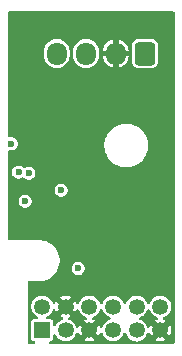
<source format=gbr>
%TF.GenerationSoftware,KiCad,Pcbnew,9.0.6*%
%TF.CreationDate,2025-12-29T21:45:30-05:00*%
%TF.ProjectId,plimsoll,706c696d-736f-46c6-9c2e-6b696361645f,rev?*%
%TF.SameCoordinates,Original*%
%TF.FileFunction,Copper,L3,Inr*%
%TF.FilePolarity,Positive*%
%FSLAX46Y46*%
G04 Gerber Fmt 4.6, Leading zero omitted, Abs format (unit mm)*
G04 Created by KiCad (PCBNEW 9.0.6) date 2025-12-29 21:45:30*
%MOMM*%
%LPD*%
G01*
G04 APERTURE LIST*
G04 Aperture macros list*
%AMRoundRect*
0 Rectangle with rounded corners*
0 $1 Rounding radius*
0 $2 $3 $4 $5 $6 $7 $8 $9 X,Y pos of 4 corners*
0 Add a 4 corners polygon primitive as box body*
4,1,4,$2,$3,$4,$5,$6,$7,$8,$9,$2,$3,0*
0 Add four circle primitives for the rounded corners*
1,1,$1+$1,$2,$3*
1,1,$1+$1,$4,$5*
1,1,$1+$1,$6,$7*
1,1,$1+$1,$8,$9*
0 Add four rect primitives between the rounded corners*
20,1,$1+$1,$2,$3,$4,$5,0*
20,1,$1+$1,$4,$5,$6,$7,0*
20,1,$1+$1,$6,$7,$8,$9,0*
20,1,$1+$1,$8,$9,$2,$3,0*%
G04 Aperture macros list end*
%TA.AperFunction,ComponentPad*%
%ADD10RoundRect,0.250000X0.600000X0.725000X-0.600000X0.725000X-0.600000X-0.725000X0.600000X-0.725000X0*%
%TD*%
%TA.AperFunction,ComponentPad*%
%ADD11O,1.700000X1.950000*%
%TD*%
%TA.AperFunction,ComponentPad*%
%ADD12R,1.350000X1.350000*%
%TD*%
%TA.AperFunction,ComponentPad*%
%ADD13C,1.350000*%
%TD*%
%TA.AperFunction,ViaPad*%
%ADD14C,0.600000*%
%TD*%
G04 APERTURE END LIST*
D10*
%TO.N,+3.3VADC*%
%TO.C,J3*%
X38200000Y-24060000D03*
D11*
%TO.N,GND*%
X35700000Y-24060000D03*
%TO.N,/Signal-*%
X33200000Y-24060000D03*
%TO.N,/Signal+*%
X30700000Y-24060000D03*
%TD*%
D12*
%TO.N,VBUS*%
%TO.C,J1*%
X29480000Y-47480000D03*
D13*
%TO.N,+3V3*%
X29480000Y-45480000D03*
%TO.N,/B6*%
X31480000Y-47480000D03*
%TO.N,GND*%
X31480000Y-45480000D03*
X33480000Y-47480000D03*
%TO.N,/B5*%
X33480000Y-45480000D03*
%TO.N,/D2*%
X35480000Y-47480000D03*
%TO.N,/B4*%
X35480000Y-45480000D03*
%TO.N,/D3*%
X37480000Y-47480000D03*
%TO.N,/B3*%
X37480000Y-45480000D03*
%TO.N,GND*%
X39480000Y-47480000D03*
%TO.N,/C13*%
X39480000Y-45480000D03*
%TD*%
D14*
%TO.N,GND*%
X40040000Y-42970000D03*
X40170000Y-38790000D03*
X38910000Y-33670000D03*
X34120000Y-28720000D03*
X28262500Y-29962500D03*
X36280000Y-35670000D03*
X32660000Y-32660000D03*
X31780000Y-21800000D03*
X32050000Y-41080000D03*
X39410000Y-21710000D03*
X27990000Y-21730000D03*
X39780000Y-27150000D03*
X31060000Y-34240000D03*
X33340000Y-37660000D03*
X27470000Y-25810000D03*
X34050000Y-38670000D03*
X28850000Y-43950000D03*
X38400000Y-35730000D03*
X28190000Y-28440000D03*
%TO.N,VBUS*%
X32540000Y-42260000D03*
%TO.N,+3V3*%
X26880000Y-31690000D03*
%TO.N,/C13*%
X31100000Y-35630000D03*
%TO.N,/B4*%
X28360000Y-34190000D03*
%TO.N,Net-(JP2-C)*%
X28050000Y-36560000D03*
%TO.N,/B5*%
X27480000Y-34110000D03*
%TD*%
%TA.AperFunction,Conductor*%
%TO.N,GND*%
G36*
X40642539Y-20520185D02*
G01*
X40688294Y-20572989D01*
X40699500Y-20624500D01*
X40699500Y-48525500D01*
X40679815Y-48592539D01*
X40627011Y-48638294D01*
X40575500Y-48649500D01*
X37603477Y-48649500D01*
X37536438Y-48629815D01*
X37490683Y-48577011D01*
X37480739Y-48507853D01*
X37509764Y-48444297D01*
X37568542Y-48406523D01*
X37579285Y-48403883D01*
X37693070Y-48381248D01*
X37749958Y-48369933D01*
X37918389Y-48300167D01*
X37918391Y-48300166D01*
X37993672Y-48249864D01*
X38069972Y-48198883D01*
X38198883Y-48069972D01*
X38289103Y-47934948D01*
X38300166Y-47918391D01*
X38300168Y-47918387D01*
X38365709Y-47760156D01*
X38409550Y-47705752D01*
X38475844Y-47683687D01*
X38543543Y-47700966D01*
X38591154Y-47752103D01*
X38594831Y-47760156D01*
X38660271Y-47918145D01*
X38671498Y-47934947D01*
X39080000Y-47526445D01*
X39080000Y-47532661D01*
X39107259Y-47634394D01*
X39159920Y-47725606D01*
X39234394Y-47800080D01*
X39325606Y-47852741D01*
X39427339Y-47880000D01*
X39433553Y-47880000D01*
X39025050Y-48288500D01*
X39041849Y-48299725D01*
X39041855Y-48299728D01*
X39210182Y-48369451D01*
X39210194Y-48369454D01*
X39371297Y-48401500D01*
X39588703Y-48401500D01*
X39749805Y-48369454D01*
X39749813Y-48369452D01*
X39918151Y-48299724D01*
X39918154Y-48299723D01*
X39934947Y-48288500D01*
X39934948Y-48288500D01*
X39526448Y-47880000D01*
X39532661Y-47880000D01*
X39634394Y-47852741D01*
X39725606Y-47800080D01*
X39800080Y-47725606D01*
X39852741Y-47634394D01*
X39880000Y-47532661D01*
X39880000Y-47526448D01*
X40288500Y-47934948D01*
X40288500Y-47934947D01*
X40299723Y-47918154D01*
X40299724Y-47918151D01*
X40369452Y-47749813D01*
X40369454Y-47749805D01*
X40404999Y-47571109D01*
X40405000Y-47571106D01*
X40405000Y-47388894D01*
X40404999Y-47388890D01*
X40369454Y-47210194D01*
X40369451Y-47210182D01*
X40299728Y-47041855D01*
X40299725Y-47041849D01*
X40288500Y-47025050D01*
X39880000Y-47433551D01*
X39880000Y-47427339D01*
X39852741Y-47325606D01*
X39800080Y-47234394D01*
X39725606Y-47159920D01*
X39634394Y-47107259D01*
X39532661Y-47080000D01*
X39526447Y-47080000D01*
X39934947Y-46671498D01*
X39918145Y-46660271D01*
X39760156Y-46594831D01*
X39705752Y-46550990D01*
X39683687Y-46484696D01*
X39700966Y-46416997D01*
X39752103Y-46369386D01*
X39760156Y-46365709D01*
X39918387Y-46300168D01*
X39918391Y-46300166D01*
X39993672Y-46249864D01*
X40069972Y-46198883D01*
X40198883Y-46069972D01*
X40289103Y-45934948D01*
X40300166Y-45918391D01*
X40300168Y-45918387D01*
X40349172Y-45800080D01*
X40369933Y-45749958D01*
X40405500Y-45571154D01*
X40405500Y-45388846D01*
X40405500Y-45388843D01*
X40369934Y-45210047D01*
X40369933Y-45210046D01*
X40369933Y-45210042D01*
X40365709Y-45199844D01*
X40300168Y-45041612D01*
X40300166Y-45041608D01*
X40198886Y-44890032D01*
X40198880Y-44890024D01*
X40069975Y-44761119D01*
X40069967Y-44761113D01*
X39918391Y-44659833D01*
X39918387Y-44659831D01*
X39749962Y-44590068D01*
X39749952Y-44590065D01*
X39571156Y-44554500D01*
X39571154Y-44554500D01*
X39388846Y-44554500D01*
X39388844Y-44554500D01*
X39210047Y-44590065D01*
X39210037Y-44590068D01*
X39041612Y-44659831D01*
X39041608Y-44659833D01*
X38890032Y-44761113D01*
X38890024Y-44761119D01*
X38761119Y-44890024D01*
X38761113Y-44890032D01*
X38659833Y-45041608D01*
X38594561Y-45199192D01*
X38550720Y-45253595D01*
X38484426Y-45275660D01*
X38416727Y-45258381D01*
X38369116Y-45207244D01*
X38365439Y-45199192D01*
X38300166Y-45041608D01*
X38198886Y-44890032D01*
X38198880Y-44890024D01*
X38069975Y-44761119D01*
X38069967Y-44761113D01*
X37918391Y-44659833D01*
X37918387Y-44659831D01*
X37749962Y-44590068D01*
X37749952Y-44590065D01*
X37571156Y-44554500D01*
X37571154Y-44554500D01*
X37388846Y-44554500D01*
X37388844Y-44554500D01*
X37210047Y-44590065D01*
X37210037Y-44590068D01*
X37041612Y-44659831D01*
X37041608Y-44659833D01*
X36890032Y-44761113D01*
X36890024Y-44761119D01*
X36761119Y-44890024D01*
X36761113Y-44890032D01*
X36659833Y-45041608D01*
X36594561Y-45199192D01*
X36550720Y-45253595D01*
X36484426Y-45275660D01*
X36416727Y-45258381D01*
X36369116Y-45207244D01*
X36365439Y-45199192D01*
X36300166Y-45041608D01*
X36198886Y-44890032D01*
X36198880Y-44890024D01*
X36069975Y-44761119D01*
X36069967Y-44761113D01*
X35918391Y-44659833D01*
X35918387Y-44659831D01*
X35749962Y-44590068D01*
X35749952Y-44590065D01*
X35571156Y-44554500D01*
X35571154Y-44554500D01*
X35388846Y-44554500D01*
X35388844Y-44554500D01*
X35210047Y-44590065D01*
X35210037Y-44590068D01*
X35041612Y-44659831D01*
X35041608Y-44659833D01*
X34890032Y-44761113D01*
X34890024Y-44761119D01*
X34761119Y-44890024D01*
X34761113Y-44890032D01*
X34659833Y-45041608D01*
X34594561Y-45199192D01*
X34550720Y-45253595D01*
X34484426Y-45275660D01*
X34416727Y-45258381D01*
X34369116Y-45207244D01*
X34365439Y-45199192D01*
X34300166Y-45041608D01*
X34198886Y-44890032D01*
X34198880Y-44890024D01*
X34069975Y-44761119D01*
X34069967Y-44761113D01*
X33918391Y-44659833D01*
X33918387Y-44659831D01*
X33749962Y-44590068D01*
X33749952Y-44590065D01*
X33571156Y-44554500D01*
X33571154Y-44554500D01*
X33388846Y-44554500D01*
X33388844Y-44554500D01*
X33210047Y-44590065D01*
X33210037Y-44590068D01*
X33041612Y-44659831D01*
X33041608Y-44659833D01*
X32890032Y-44761113D01*
X32890024Y-44761119D01*
X32761119Y-44890024D01*
X32761113Y-44890032D01*
X32659833Y-45041608D01*
X32659833Y-45041609D01*
X32594290Y-45199844D01*
X32550449Y-45254247D01*
X32484154Y-45276312D01*
X32416455Y-45259033D01*
X32368845Y-45207895D01*
X32365168Y-45199843D01*
X32299728Y-45041855D01*
X32299725Y-45041849D01*
X32288500Y-45025050D01*
X31880000Y-45433551D01*
X31880000Y-45427339D01*
X31852741Y-45325606D01*
X31800080Y-45234394D01*
X31725606Y-45159920D01*
X31634394Y-45107259D01*
X31532661Y-45080000D01*
X31526447Y-45080000D01*
X31934947Y-44671498D01*
X31918145Y-44660271D01*
X31749817Y-44590548D01*
X31749805Y-44590545D01*
X31571109Y-44555000D01*
X31388890Y-44555000D01*
X31210194Y-44590545D01*
X31210186Y-44590547D01*
X31041848Y-44660274D01*
X31025050Y-44671498D01*
X31433554Y-45080000D01*
X31427339Y-45080000D01*
X31325606Y-45107259D01*
X31234394Y-45159920D01*
X31159920Y-45234394D01*
X31107259Y-45325606D01*
X31080000Y-45427339D01*
X31080000Y-45433552D01*
X30671498Y-45025050D01*
X30660274Y-45041849D01*
X30594831Y-45199844D01*
X30550990Y-45254247D01*
X30484696Y-45276312D01*
X30416996Y-45259033D01*
X30369386Y-45207895D01*
X30365709Y-45199843D01*
X30300168Y-45041612D01*
X30300166Y-45041608D01*
X30198886Y-44890032D01*
X30198880Y-44890024D01*
X30069975Y-44761119D01*
X30069967Y-44761113D01*
X29918391Y-44659833D01*
X29918387Y-44659831D01*
X29749962Y-44590068D01*
X29749952Y-44590065D01*
X29571156Y-44554500D01*
X29571154Y-44554500D01*
X29388846Y-44554500D01*
X29388844Y-44554500D01*
X29210047Y-44590065D01*
X29210037Y-44590068D01*
X29041612Y-44659831D01*
X29041608Y-44659833D01*
X28890032Y-44761113D01*
X28890024Y-44761119D01*
X28761119Y-44890024D01*
X28761113Y-44890032D01*
X28659833Y-45041608D01*
X28659831Y-45041612D01*
X28590068Y-45210037D01*
X28590065Y-45210047D01*
X28554500Y-45388843D01*
X28554500Y-45388846D01*
X28554500Y-45571154D01*
X28554500Y-45571156D01*
X28554499Y-45571156D01*
X28590065Y-45749952D01*
X28590068Y-45749962D01*
X28659831Y-45918387D01*
X28659833Y-45918391D01*
X28761113Y-46069967D01*
X28761119Y-46069975D01*
X28890024Y-46198880D01*
X28890032Y-46198886D01*
X29041608Y-46300166D01*
X29041612Y-46300168D01*
X29079687Y-46315939D01*
X29134091Y-46359780D01*
X29156156Y-46426074D01*
X29138877Y-46493773D01*
X29087740Y-46541384D01*
X29032235Y-46554500D01*
X28780323Y-46554500D01*
X28707264Y-46569032D01*
X28707260Y-46569033D01*
X28624399Y-46624399D01*
X28569033Y-46707260D01*
X28569032Y-46707264D01*
X28554500Y-46780321D01*
X28554500Y-48179678D01*
X28569032Y-48252735D01*
X28569033Y-48252739D01*
X28569034Y-48252740D01*
X28624399Y-48335601D01*
X28675783Y-48369934D01*
X28707260Y-48390966D01*
X28707263Y-48390967D01*
X28772194Y-48403883D01*
X28834105Y-48436268D01*
X28868679Y-48496984D01*
X28864939Y-48566753D01*
X28824072Y-48623425D01*
X28759054Y-48649007D01*
X28748002Y-48649500D01*
X28394500Y-48649500D01*
X28327461Y-48629815D01*
X28281706Y-48577011D01*
X28270500Y-48525500D01*
X28270500Y-43424800D01*
X28290185Y-43357761D01*
X28342989Y-43312006D01*
X28394497Y-43300800D01*
X29348078Y-43300795D01*
X29378494Y-43305099D01*
X29413818Y-43300795D01*
X29449264Y-43300795D01*
X29449265Y-43300795D01*
X29470579Y-43295083D01*
X29487584Y-43291778D01*
X29567650Y-43281963D01*
X29808258Y-43216529D01*
X30036957Y-43117177D01*
X30248993Y-42985973D01*
X30248999Y-42985967D01*
X30249002Y-42985966D01*
X30347803Y-42903015D01*
X30439960Y-42825643D01*
X30605888Y-42639521D01*
X30743330Y-42431473D01*
X30849427Y-42205825D01*
X30854992Y-42187525D01*
X31989500Y-42187525D01*
X31989500Y-42332475D01*
X32016027Y-42431473D01*
X32027017Y-42472488D01*
X32099488Y-42598011D01*
X32099490Y-42598013D01*
X32099491Y-42598015D01*
X32201985Y-42700509D01*
X32201986Y-42700510D01*
X32201988Y-42700511D01*
X32327511Y-42772982D01*
X32327512Y-42772982D01*
X32327515Y-42772984D01*
X32467525Y-42810500D01*
X32467528Y-42810500D01*
X32612472Y-42810500D01*
X32612475Y-42810500D01*
X32752485Y-42772984D01*
X32878015Y-42700509D01*
X32980509Y-42598015D01*
X33052984Y-42472485D01*
X33090500Y-42332475D01*
X33090500Y-42187525D01*
X33052984Y-42047515D01*
X33006651Y-41967265D01*
X32980511Y-41921988D01*
X32980506Y-41921982D01*
X32878017Y-41819493D01*
X32878011Y-41819488D01*
X32752488Y-41747017D01*
X32752489Y-41747017D01*
X32741006Y-41743940D01*
X32612475Y-41709500D01*
X32467525Y-41709500D01*
X32338993Y-41743940D01*
X32327511Y-41747017D01*
X32201988Y-41819488D01*
X32201982Y-41819493D01*
X32099493Y-41921982D01*
X32099488Y-41921988D01*
X32027017Y-42047511D01*
X32027016Y-42047515D01*
X31989500Y-42187525D01*
X30854992Y-42187525D01*
X30921977Y-41967266D01*
X30959469Y-41720754D01*
X30961126Y-41471412D01*
X30926913Y-41224424D01*
X30857540Y-40984921D01*
X30754451Y-40757883D01*
X30619786Y-40548027D01*
X30456346Y-40359716D01*
X30267526Y-40196863D01*
X30267520Y-40196859D01*
X30057260Y-40062857D01*
X30057241Y-40062846D01*
X29829888Y-39960467D01*
X29590185Y-39891845D01*
X29496399Y-39879151D01*
X29343083Y-39858400D01*
X29343082Y-39858400D01*
X29221632Y-39859495D01*
X29220514Y-39859500D01*
X26704500Y-39859500D01*
X26637461Y-39839815D01*
X26591706Y-39787011D01*
X26580500Y-39735500D01*
X26580500Y-36487525D01*
X27499500Y-36487525D01*
X27499500Y-36632475D01*
X27537016Y-36772485D01*
X27537017Y-36772488D01*
X27609488Y-36898011D01*
X27609490Y-36898013D01*
X27609491Y-36898015D01*
X27711985Y-37000509D01*
X27711986Y-37000510D01*
X27711988Y-37000511D01*
X27837511Y-37072982D01*
X27837512Y-37072982D01*
X27837515Y-37072984D01*
X27977525Y-37110500D01*
X27977528Y-37110500D01*
X28122472Y-37110500D01*
X28122475Y-37110500D01*
X28262485Y-37072984D01*
X28388015Y-37000509D01*
X28490509Y-36898015D01*
X28562984Y-36772485D01*
X28600500Y-36632475D01*
X28600500Y-36487525D01*
X28562984Y-36347515D01*
X28490509Y-36221985D01*
X28388015Y-36119491D01*
X28388013Y-36119490D01*
X28388011Y-36119488D01*
X28262488Y-36047017D01*
X28262489Y-36047017D01*
X28251006Y-36043940D01*
X28122475Y-36009500D01*
X27977525Y-36009500D01*
X27848993Y-36043940D01*
X27837511Y-36047017D01*
X27711988Y-36119488D01*
X27711982Y-36119493D01*
X27609493Y-36221982D01*
X27609488Y-36221988D01*
X27537017Y-36347511D01*
X27537016Y-36347515D01*
X27499500Y-36487525D01*
X26580500Y-36487525D01*
X26580500Y-35557525D01*
X30549500Y-35557525D01*
X30549500Y-35702475D01*
X30587016Y-35842485D01*
X30587017Y-35842488D01*
X30659488Y-35968011D01*
X30659490Y-35968013D01*
X30659491Y-35968015D01*
X30761985Y-36070509D01*
X30761986Y-36070510D01*
X30761988Y-36070511D01*
X30887511Y-36142982D01*
X30887512Y-36142982D01*
X30887515Y-36142984D01*
X31027525Y-36180500D01*
X31027528Y-36180500D01*
X31172472Y-36180500D01*
X31172475Y-36180500D01*
X31312485Y-36142984D01*
X31438015Y-36070509D01*
X31540509Y-35968015D01*
X31612984Y-35842485D01*
X31650500Y-35702475D01*
X31650500Y-35557525D01*
X31612984Y-35417515D01*
X31540509Y-35291985D01*
X31438015Y-35189491D01*
X31438013Y-35189490D01*
X31438011Y-35189488D01*
X31312488Y-35117017D01*
X31312489Y-35117017D01*
X31301006Y-35113940D01*
X31172475Y-35079500D01*
X31027525Y-35079500D01*
X30898993Y-35113940D01*
X30887511Y-35117017D01*
X30761988Y-35189488D01*
X30761982Y-35189493D01*
X30659493Y-35291982D01*
X30659488Y-35291988D01*
X30587017Y-35417511D01*
X30587016Y-35417515D01*
X30549500Y-35557525D01*
X26580500Y-35557525D01*
X26580500Y-34037525D01*
X26929500Y-34037525D01*
X26929500Y-34182475D01*
X26967016Y-34322485D01*
X26967017Y-34322488D01*
X27039488Y-34448011D01*
X27039490Y-34448013D01*
X27039491Y-34448015D01*
X27141985Y-34550509D01*
X27141986Y-34550510D01*
X27141988Y-34550511D01*
X27267511Y-34622982D01*
X27267512Y-34622982D01*
X27267515Y-34622984D01*
X27407525Y-34660500D01*
X27407528Y-34660500D01*
X27552472Y-34660500D01*
X27552475Y-34660500D01*
X27692485Y-34622984D01*
X27814208Y-34552706D01*
X27882108Y-34536234D01*
X27948135Y-34559086D01*
X27963889Y-34572413D01*
X28021985Y-34630509D01*
X28021986Y-34630510D01*
X28021988Y-34630511D01*
X28147511Y-34702982D01*
X28147512Y-34702982D01*
X28147515Y-34702984D01*
X28287525Y-34740500D01*
X28287528Y-34740500D01*
X28432472Y-34740500D01*
X28432475Y-34740500D01*
X28572485Y-34702984D01*
X28698015Y-34630509D01*
X28800509Y-34528015D01*
X28872984Y-34402485D01*
X28910500Y-34262475D01*
X28910500Y-34117525D01*
X28872984Y-33977515D01*
X28800509Y-33851985D01*
X28698015Y-33749491D01*
X28698013Y-33749490D01*
X28698011Y-33749488D01*
X28572488Y-33677017D01*
X28572489Y-33677017D01*
X28544409Y-33669493D01*
X28432475Y-33639500D01*
X28287525Y-33639500D01*
X28147515Y-33677016D01*
X28025791Y-33747293D01*
X27957892Y-33763766D01*
X27891865Y-33740914D01*
X27876111Y-33727587D01*
X27818017Y-33669493D01*
X27818011Y-33669488D01*
X27692488Y-33597017D01*
X27692489Y-33597017D01*
X27681006Y-33593940D01*
X27552475Y-33559500D01*
X27407525Y-33559500D01*
X27278993Y-33593940D01*
X27267511Y-33597017D01*
X27141988Y-33669488D01*
X27141982Y-33669493D01*
X27039493Y-33771982D01*
X27039488Y-33771988D01*
X26967017Y-33897511D01*
X26967016Y-33897515D01*
X26929500Y-34037525D01*
X26580500Y-34037525D01*
X26580500Y-32341268D01*
X26600185Y-32274229D01*
X26652989Y-32228474D01*
X26722147Y-32218530D01*
X26736580Y-32221490D01*
X26807525Y-32240500D01*
X26807528Y-32240500D01*
X26952472Y-32240500D01*
X26952475Y-32240500D01*
X27092485Y-32202984D01*
X27218015Y-32130509D01*
X27320509Y-32028015D01*
X27392984Y-31902485D01*
X27430500Y-31762475D01*
X27430500Y-31718417D01*
X34749500Y-31718417D01*
X34749500Y-31960994D01*
X34771816Y-32130509D01*
X34781162Y-32201495D01*
X34788391Y-32228474D01*
X34843947Y-32435810D01*
X34936773Y-32659911D01*
X34936776Y-32659918D01*
X35058064Y-32869995D01*
X35058066Y-32869998D01*
X35058067Y-32869999D01*
X35205733Y-33062442D01*
X35205739Y-33062449D01*
X35377256Y-33233966D01*
X35377262Y-33233971D01*
X35569711Y-33381642D01*
X35779788Y-33502930D01*
X36003900Y-33595760D01*
X36238211Y-33658544D01*
X36418586Y-33682290D01*
X36478711Y-33690206D01*
X36478712Y-33690206D01*
X36721289Y-33690206D01*
X36769388Y-33683873D01*
X36961789Y-33658544D01*
X37196100Y-33595760D01*
X37420212Y-33502930D01*
X37630289Y-33381642D01*
X37822738Y-33233971D01*
X37994265Y-33062444D01*
X38141936Y-32869995D01*
X38263224Y-32659918D01*
X38356054Y-32435806D01*
X38418838Y-32201495D01*
X38450500Y-31960994D01*
X38450500Y-31718418D01*
X38418838Y-31477917D01*
X38356054Y-31243606D01*
X38263224Y-31019494D01*
X38141936Y-30809417D01*
X37994265Y-30616968D01*
X37994260Y-30616962D01*
X37822743Y-30445445D01*
X37822736Y-30445439D01*
X37630293Y-30297773D01*
X37630292Y-30297772D01*
X37630289Y-30297770D01*
X37420212Y-30176482D01*
X37420205Y-30176479D01*
X37196104Y-30083653D01*
X36961785Y-30020867D01*
X36721289Y-29989206D01*
X36721288Y-29989206D01*
X36478712Y-29989206D01*
X36478711Y-29989206D01*
X36238214Y-30020867D01*
X36003895Y-30083653D01*
X35779794Y-30176479D01*
X35779785Y-30176483D01*
X35569706Y-30297773D01*
X35377263Y-30445439D01*
X35377256Y-30445445D01*
X35205739Y-30616962D01*
X35205733Y-30616969D01*
X35058067Y-30809412D01*
X34936777Y-31019491D01*
X34936773Y-31019500D01*
X34843947Y-31243601D01*
X34781161Y-31477920D01*
X34749500Y-31718417D01*
X27430500Y-31718417D01*
X27430500Y-31617525D01*
X27392984Y-31477515D01*
X27320509Y-31351985D01*
X27218015Y-31249491D01*
X27218013Y-31249490D01*
X27218011Y-31249488D01*
X27092488Y-31177017D01*
X27092489Y-31177017D01*
X27081006Y-31173940D01*
X26952475Y-31139500D01*
X26807525Y-31139500D01*
X26736593Y-31158506D01*
X26666743Y-31156843D01*
X26608881Y-31117680D01*
X26581377Y-31053451D01*
X26580500Y-31038731D01*
X26580500Y-23848389D01*
X29599500Y-23848389D01*
X29599500Y-24271610D01*
X29626579Y-24442585D01*
X29626598Y-24442701D01*
X29680127Y-24607445D01*
X29758768Y-24761788D01*
X29860586Y-24901928D01*
X29983072Y-25024414D01*
X30123212Y-25126232D01*
X30277555Y-25204873D01*
X30442299Y-25258402D01*
X30613389Y-25285500D01*
X30613390Y-25285500D01*
X30786610Y-25285500D01*
X30786611Y-25285500D01*
X30957701Y-25258402D01*
X31122445Y-25204873D01*
X31276788Y-25126232D01*
X31416928Y-25024414D01*
X31539414Y-24901928D01*
X31641232Y-24761788D01*
X31719873Y-24607445D01*
X31773402Y-24442701D01*
X31800500Y-24271611D01*
X31800500Y-23848389D01*
X32099500Y-23848389D01*
X32099500Y-24271610D01*
X32126579Y-24442585D01*
X32126598Y-24442701D01*
X32180127Y-24607445D01*
X32258768Y-24761788D01*
X32360586Y-24901928D01*
X32483072Y-25024414D01*
X32623212Y-25126232D01*
X32777555Y-25204873D01*
X32942299Y-25258402D01*
X33113389Y-25285500D01*
X33113390Y-25285500D01*
X33286610Y-25285500D01*
X33286611Y-25285500D01*
X33457701Y-25258402D01*
X33622445Y-25204873D01*
X33776788Y-25126232D01*
X33916928Y-25024414D01*
X34039414Y-24901928D01*
X34141232Y-24761788D01*
X34219873Y-24607445D01*
X34273402Y-24442701D01*
X34300500Y-24271611D01*
X34300500Y-23848389D01*
X34294420Y-23810000D01*
X34606086Y-23810000D01*
X35295854Y-23810000D01*
X35257370Y-23876657D01*
X35225000Y-23997465D01*
X35225000Y-24122535D01*
X35257370Y-24243343D01*
X35295854Y-24310000D01*
X34606086Y-24310000D01*
X34627086Y-24442585D01*
X34680591Y-24607257D01*
X34759195Y-24761524D01*
X34860967Y-24901602D01*
X34983397Y-25024032D01*
X35123475Y-25125804D01*
X35277744Y-25204408D01*
X35442415Y-25257914D01*
X35442414Y-25257914D01*
X35449999Y-25259115D01*
X35450000Y-25259114D01*
X35450000Y-24464145D01*
X35516657Y-24502630D01*
X35637465Y-24535000D01*
X35762535Y-24535000D01*
X35883343Y-24502630D01*
X35950000Y-24464145D01*
X35950000Y-25259115D01*
X35957584Y-25257914D01*
X36122255Y-25204408D01*
X36276524Y-25125804D01*
X36416602Y-25024032D01*
X36539032Y-24901602D01*
X36640804Y-24761524D01*
X36719408Y-24607257D01*
X36772913Y-24442585D01*
X36793914Y-24310000D01*
X36104146Y-24310000D01*
X36142630Y-24243343D01*
X36175000Y-24122535D01*
X36175000Y-23997465D01*
X36142630Y-23876657D01*
X36104146Y-23810000D01*
X36793914Y-23810000D01*
X36772913Y-23677414D01*
X36719408Y-23512742D01*
X36640802Y-23358471D01*
X36639505Y-23356686D01*
X36639504Y-23356685D01*
X36588973Y-23287135D01*
X37099500Y-23287135D01*
X37099500Y-24832870D01*
X37099501Y-24832876D01*
X37105908Y-24892483D01*
X37156202Y-25027328D01*
X37156206Y-25027335D01*
X37242452Y-25142544D01*
X37242455Y-25142547D01*
X37357664Y-25228793D01*
X37357671Y-25228797D01*
X37492517Y-25279091D01*
X37492516Y-25279091D01*
X37499444Y-25279835D01*
X37552127Y-25285500D01*
X38847872Y-25285499D01*
X38907483Y-25279091D01*
X39042331Y-25228796D01*
X39157546Y-25142546D01*
X39243796Y-25027331D01*
X39294091Y-24892483D01*
X39300500Y-24832873D01*
X39300499Y-23287128D01*
X39294091Y-23227517D01*
X39290690Y-23218399D01*
X39243797Y-23092671D01*
X39243793Y-23092664D01*
X39157547Y-22977455D01*
X39157544Y-22977452D01*
X39042335Y-22891206D01*
X39042328Y-22891202D01*
X38907482Y-22840908D01*
X38907483Y-22840908D01*
X38847883Y-22834501D01*
X38847881Y-22834500D01*
X38847873Y-22834500D01*
X38847864Y-22834500D01*
X37552129Y-22834500D01*
X37552123Y-22834501D01*
X37492516Y-22840908D01*
X37357671Y-22891202D01*
X37357664Y-22891206D01*
X37242455Y-22977452D01*
X37242452Y-22977455D01*
X37156206Y-23092664D01*
X37156202Y-23092671D01*
X37105908Y-23227517D01*
X37099501Y-23287116D01*
X37099501Y-23287123D01*
X37099500Y-23287135D01*
X36588973Y-23287135D01*
X36539038Y-23218404D01*
X36539034Y-23218399D01*
X36416602Y-23095967D01*
X36276524Y-22994195D01*
X36122257Y-22915591D01*
X35957589Y-22862087D01*
X35957581Y-22862085D01*
X35950000Y-22860884D01*
X35950000Y-23655854D01*
X35883343Y-23617370D01*
X35762535Y-23585000D01*
X35637465Y-23585000D01*
X35516657Y-23617370D01*
X35450000Y-23655854D01*
X35450000Y-22860884D01*
X35449999Y-22860884D01*
X35442418Y-22862085D01*
X35442410Y-22862087D01*
X35277742Y-22915591D01*
X35123475Y-22994195D01*
X34983397Y-23095967D01*
X34860967Y-23218397D01*
X34759195Y-23358475D01*
X34680591Y-23512742D01*
X34627086Y-23677414D01*
X34606086Y-23810000D01*
X34294420Y-23810000D01*
X34273402Y-23677299D01*
X34219873Y-23512555D01*
X34141232Y-23358212D01*
X34039414Y-23218072D01*
X33916928Y-23095586D01*
X33776788Y-22993768D01*
X33622445Y-22915127D01*
X33457701Y-22861598D01*
X33457699Y-22861597D01*
X33457698Y-22861597D01*
X33326271Y-22840781D01*
X33286611Y-22834500D01*
X33113389Y-22834500D01*
X33073728Y-22840781D01*
X32942302Y-22861597D01*
X32777552Y-22915128D01*
X32623211Y-22993768D01*
X32543256Y-23051859D01*
X32483072Y-23095586D01*
X32483070Y-23095588D01*
X32483069Y-23095588D01*
X32360588Y-23218069D01*
X32360588Y-23218070D01*
X32360586Y-23218072D01*
X32360345Y-23218404D01*
X32258768Y-23358211D01*
X32180128Y-23512552D01*
X32126597Y-23677302D01*
X32099500Y-23848389D01*
X31800500Y-23848389D01*
X31773402Y-23677299D01*
X31719873Y-23512555D01*
X31641232Y-23358212D01*
X31539414Y-23218072D01*
X31416928Y-23095586D01*
X31276788Y-22993768D01*
X31122445Y-22915127D01*
X30957701Y-22861598D01*
X30957699Y-22861597D01*
X30957698Y-22861597D01*
X30826271Y-22840781D01*
X30786611Y-22834500D01*
X30613389Y-22834500D01*
X30573728Y-22840781D01*
X30442302Y-22861597D01*
X30277552Y-22915128D01*
X30123211Y-22993768D01*
X30043256Y-23051859D01*
X29983072Y-23095586D01*
X29983070Y-23095588D01*
X29983069Y-23095588D01*
X29860588Y-23218069D01*
X29860588Y-23218070D01*
X29860586Y-23218072D01*
X29860345Y-23218404D01*
X29758768Y-23358211D01*
X29680128Y-23512552D01*
X29626597Y-23677302D01*
X29599500Y-23848389D01*
X26580500Y-23848389D01*
X26580500Y-20624500D01*
X26600185Y-20557461D01*
X26652989Y-20511706D01*
X26704500Y-20500500D01*
X40575500Y-20500500D01*
X40642539Y-20520185D01*
G37*
%TD.AperFunction*%
%TA.AperFunction,Conductor*%
G36*
X33080000Y-47532661D02*
G01*
X33107259Y-47634394D01*
X33159920Y-47725606D01*
X33234394Y-47800080D01*
X33325606Y-47852741D01*
X33427339Y-47880000D01*
X33433553Y-47880000D01*
X33025050Y-48288500D01*
X33041849Y-48299725D01*
X33041855Y-48299728D01*
X33210182Y-48369451D01*
X33210194Y-48369454D01*
X33383277Y-48403883D01*
X33445188Y-48436268D01*
X33479762Y-48496983D01*
X33479312Y-48505363D01*
X33507201Y-48444297D01*
X33565979Y-48406523D01*
X33576723Y-48403883D01*
X33749805Y-48369454D01*
X33749813Y-48369452D01*
X33918151Y-48299724D01*
X33918154Y-48299723D01*
X33934947Y-48288500D01*
X33934948Y-48288500D01*
X33526448Y-47880000D01*
X33532661Y-47880000D01*
X33634394Y-47852741D01*
X33725606Y-47800080D01*
X33800080Y-47725606D01*
X33852741Y-47634394D01*
X33880000Y-47532661D01*
X33880000Y-47526448D01*
X34288500Y-47934948D01*
X34288500Y-47934947D01*
X34299723Y-47918154D01*
X34299726Y-47918148D01*
X34365168Y-47760156D01*
X34409008Y-47705752D01*
X34475302Y-47683687D01*
X34543002Y-47700966D01*
X34590613Y-47752103D01*
X34594290Y-47760155D01*
X34659833Y-47918390D01*
X34659833Y-47918391D01*
X34761113Y-48069967D01*
X34761119Y-48069975D01*
X34890024Y-48198880D01*
X34890032Y-48198886D01*
X35041608Y-48300166D01*
X35041612Y-48300168D01*
X35210037Y-48369931D01*
X35210042Y-48369933D01*
X35210046Y-48369933D01*
X35210047Y-48369934D01*
X35368735Y-48401500D01*
X35368737Y-48401500D01*
X35388846Y-48405500D01*
X35571154Y-48405500D01*
X35591263Y-48401500D01*
X35591265Y-48401500D01*
X35698417Y-48380185D01*
X35749958Y-48369933D01*
X35918389Y-48300167D01*
X35918391Y-48300166D01*
X35993672Y-48249864D01*
X36069972Y-48198883D01*
X36198883Y-48069972D01*
X36289103Y-47934948D01*
X36300166Y-47918391D01*
X36300168Y-47918387D01*
X36365439Y-47760808D01*
X36409280Y-47706404D01*
X36475574Y-47684339D01*
X36543273Y-47701618D01*
X36590884Y-47752755D01*
X36594561Y-47760808D01*
X36659831Y-47918387D01*
X36659833Y-47918391D01*
X36761113Y-48069967D01*
X36761119Y-48069975D01*
X36890024Y-48198880D01*
X36890032Y-48198886D01*
X37041608Y-48300166D01*
X37041612Y-48300168D01*
X37210037Y-48369931D01*
X37210042Y-48369933D01*
X37210046Y-48369933D01*
X37210047Y-48369934D01*
X37380715Y-48403883D01*
X37442626Y-48436268D01*
X37477200Y-48496984D01*
X37473460Y-48566753D01*
X37432593Y-48623425D01*
X37367575Y-48649007D01*
X37356523Y-48649500D01*
X33600914Y-48649500D01*
X33533875Y-48629815D01*
X33488120Y-48577011D01*
X33478907Y-48512937D01*
X33476023Y-48566753D01*
X33435157Y-48623425D01*
X33370138Y-48649006D01*
X33359086Y-48649500D01*
X30211998Y-48649500D01*
X30144959Y-48629815D01*
X30099204Y-48577011D01*
X30089260Y-48507853D01*
X30118285Y-48444297D01*
X30177063Y-48406523D01*
X30187806Y-48403883D01*
X30252736Y-48390967D01*
X30252737Y-48390966D01*
X30252740Y-48390966D01*
X30335601Y-48335601D01*
X30390966Y-48252740D01*
X30405500Y-48179674D01*
X30405500Y-47927765D01*
X30425185Y-47860726D01*
X30477989Y-47814971D01*
X30547147Y-47805027D01*
X30610703Y-47834052D01*
X30644061Y-47880313D01*
X30659831Y-47918387D01*
X30659833Y-47918391D01*
X30761113Y-48069967D01*
X30761119Y-48069975D01*
X30890024Y-48198880D01*
X30890032Y-48198886D01*
X31041608Y-48300166D01*
X31041612Y-48300168D01*
X31210037Y-48369931D01*
X31210042Y-48369933D01*
X31210046Y-48369933D01*
X31210047Y-48369934D01*
X31368735Y-48401500D01*
X31368737Y-48401500D01*
X31388846Y-48405500D01*
X31571154Y-48405500D01*
X31591263Y-48401500D01*
X31591265Y-48401500D01*
X31698417Y-48380185D01*
X31749958Y-48369933D01*
X31918389Y-48300167D01*
X31918391Y-48300166D01*
X31993672Y-48249864D01*
X32069972Y-48198883D01*
X32198883Y-48069972D01*
X32289103Y-47934948D01*
X32300166Y-47918391D01*
X32300168Y-47918387D01*
X32365709Y-47760156D01*
X32409550Y-47705752D01*
X32475844Y-47683687D01*
X32543543Y-47700966D01*
X32591154Y-47752103D01*
X32594831Y-47760156D01*
X32660271Y-47918145D01*
X32671498Y-47934947D01*
X33080000Y-47526445D01*
X33080000Y-47532661D01*
G37*
%TD.AperFunction*%
%TA.AperFunction,Conductor*%
G36*
X32288500Y-45934948D02*
G01*
X32288500Y-45934947D01*
X32299723Y-45918154D01*
X32299726Y-45918148D01*
X32365168Y-45760156D01*
X32409008Y-45705752D01*
X32475302Y-45683687D01*
X32543002Y-45700966D01*
X32590613Y-45752103D01*
X32594290Y-45760155D01*
X32659833Y-45918390D01*
X32659833Y-45918391D01*
X32761113Y-46069967D01*
X32761119Y-46069975D01*
X32890024Y-46198880D01*
X32890032Y-46198886D01*
X33041608Y-46300166D01*
X33041612Y-46300168D01*
X33199843Y-46365709D01*
X33254247Y-46409550D01*
X33276312Y-46475844D01*
X33259033Y-46543543D01*
X33207896Y-46591154D01*
X33199844Y-46594831D01*
X33041849Y-46660274D01*
X33025050Y-46671498D01*
X33433554Y-47080000D01*
X33427339Y-47080000D01*
X33325606Y-47107259D01*
X33234394Y-47159920D01*
X33159920Y-47234394D01*
X33107259Y-47325606D01*
X33080000Y-47427339D01*
X33080000Y-47433552D01*
X32671498Y-47025050D01*
X32660274Y-47041849D01*
X32594831Y-47199844D01*
X32550990Y-47254247D01*
X32484696Y-47276312D01*
X32416996Y-47259033D01*
X32369386Y-47207895D01*
X32365709Y-47199843D01*
X32300168Y-47041612D01*
X32300166Y-47041608D01*
X32198886Y-46890032D01*
X32198880Y-46890024D01*
X32069975Y-46761119D01*
X32069967Y-46761113D01*
X31918390Y-46659833D01*
X31760155Y-46594290D01*
X31705752Y-46550449D01*
X31683687Y-46484155D01*
X31700966Y-46416455D01*
X31752104Y-46368845D01*
X31760156Y-46365168D01*
X31918148Y-46299726D01*
X31918154Y-46299723D01*
X31934947Y-46288500D01*
X31934948Y-46288500D01*
X31526448Y-45880000D01*
X31532661Y-45880000D01*
X31634394Y-45852741D01*
X31725606Y-45800080D01*
X31800080Y-45725606D01*
X31852741Y-45634394D01*
X31880000Y-45532661D01*
X31880000Y-45526448D01*
X32288500Y-45934948D01*
G37*
%TD.AperFunction*%
%TA.AperFunction,Conductor*%
G36*
X38543273Y-45701618D02*
G01*
X38590884Y-45752755D01*
X38594561Y-45760808D01*
X38659831Y-45918387D01*
X38659833Y-45918391D01*
X38761113Y-46069967D01*
X38761119Y-46069975D01*
X38890024Y-46198880D01*
X38890032Y-46198886D01*
X39041608Y-46300166D01*
X39041612Y-46300168D01*
X39199843Y-46365709D01*
X39254247Y-46409550D01*
X39276312Y-46475844D01*
X39259033Y-46543543D01*
X39207896Y-46591154D01*
X39199844Y-46594831D01*
X39041849Y-46660274D01*
X39025050Y-46671498D01*
X39433554Y-47080000D01*
X39427339Y-47080000D01*
X39325606Y-47107259D01*
X39234394Y-47159920D01*
X39159920Y-47234394D01*
X39107259Y-47325606D01*
X39080000Y-47427339D01*
X39080000Y-47433552D01*
X38671498Y-47025050D01*
X38660274Y-47041849D01*
X38594831Y-47199844D01*
X38550990Y-47254247D01*
X38484696Y-47276312D01*
X38416996Y-47259033D01*
X38369386Y-47207895D01*
X38365709Y-47199843D01*
X38300168Y-47041612D01*
X38300166Y-47041608D01*
X38198886Y-46890032D01*
X38198880Y-46890024D01*
X38069975Y-46761119D01*
X38069967Y-46761113D01*
X37918391Y-46659833D01*
X37918387Y-46659831D01*
X37760808Y-46594561D01*
X37706404Y-46550720D01*
X37684339Y-46484426D01*
X37701618Y-46416727D01*
X37752755Y-46369116D01*
X37760808Y-46365439D01*
X37918387Y-46300168D01*
X37918391Y-46300166D01*
X37993672Y-46249864D01*
X38069972Y-46198883D01*
X38198883Y-46069972D01*
X38289103Y-45934948D01*
X38300166Y-45918391D01*
X38300168Y-45918387D01*
X38365439Y-45760808D01*
X38409280Y-45706404D01*
X38475574Y-45684339D01*
X38543273Y-45701618D01*
G37*
%TD.AperFunction*%
%TA.AperFunction,Conductor*%
G36*
X34543273Y-45701618D02*
G01*
X34590884Y-45752755D01*
X34594561Y-45760808D01*
X34659831Y-45918387D01*
X34659833Y-45918391D01*
X34761113Y-46069967D01*
X34761119Y-46069975D01*
X34890024Y-46198880D01*
X34890032Y-46198886D01*
X35041608Y-46300166D01*
X35199192Y-46365439D01*
X35253595Y-46409280D01*
X35275660Y-46475574D01*
X35258381Y-46543273D01*
X35207244Y-46590884D01*
X35199192Y-46594561D01*
X35041608Y-46659833D01*
X34890032Y-46761113D01*
X34890024Y-46761119D01*
X34761119Y-46890024D01*
X34761113Y-46890032D01*
X34659833Y-47041608D01*
X34659833Y-47041609D01*
X34594290Y-47199844D01*
X34550449Y-47254247D01*
X34484154Y-47276312D01*
X34416455Y-47259033D01*
X34368845Y-47207895D01*
X34365168Y-47199843D01*
X34299728Y-47041855D01*
X34299725Y-47041849D01*
X34288500Y-47025050D01*
X33880000Y-47433551D01*
X33880000Y-47427339D01*
X33852741Y-47325606D01*
X33800080Y-47234394D01*
X33725606Y-47159920D01*
X33634394Y-47107259D01*
X33532661Y-47080000D01*
X33526447Y-47080000D01*
X33934947Y-46671498D01*
X33918145Y-46660271D01*
X33760156Y-46594831D01*
X33705752Y-46550990D01*
X33683687Y-46484696D01*
X33700966Y-46416997D01*
X33752103Y-46369386D01*
X33760156Y-46365709D01*
X33918387Y-46300168D01*
X33918391Y-46300166D01*
X33993672Y-46249864D01*
X34069972Y-46198883D01*
X34198883Y-46069972D01*
X34289103Y-45934948D01*
X34300166Y-45918391D01*
X34300168Y-45918387D01*
X34365439Y-45760808D01*
X34409280Y-45706404D01*
X34475574Y-45684339D01*
X34543273Y-45701618D01*
G37*
%TD.AperFunction*%
%TA.AperFunction,Conductor*%
G36*
X31080000Y-45532661D02*
G01*
X31107259Y-45634394D01*
X31159920Y-45725606D01*
X31234394Y-45800080D01*
X31325606Y-45852741D01*
X31427339Y-45880000D01*
X31433553Y-45880000D01*
X31025050Y-46288500D01*
X31041849Y-46299725D01*
X31041855Y-46299728D01*
X31199843Y-46365168D01*
X31254247Y-46409008D01*
X31276312Y-46475302D01*
X31259033Y-46543002D01*
X31207896Y-46590613D01*
X31199844Y-46594290D01*
X31041609Y-46659833D01*
X31041608Y-46659833D01*
X30890032Y-46761113D01*
X30890024Y-46761119D01*
X30761119Y-46890024D01*
X30761113Y-46890032D01*
X30659833Y-47041608D01*
X30659833Y-47041609D01*
X30644061Y-47079687D01*
X30600220Y-47134090D01*
X30533925Y-47156155D01*
X30466226Y-47138876D01*
X30418616Y-47087738D01*
X30405500Y-47032234D01*
X30405500Y-46780323D01*
X30405499Y-46780321D01*
X30390967Y-46707264D01*
X30390966Y-46707260D01*
X30359569Y-46660271D01*
X30335601Y-46624399D01*
X30252740Y-46569034D01*
X30252739Y-46569033D01*
X30252735Y-46569032D01*
X30179677Y-46554500D01*
X30179674Y-46554500D01*
X29927765Y-46554500D01*
X29860726Y-46534815D01*
X29814971Y-46482011D01*
X29805027Y-46412853D01*
X29834052Y-46349297D01*
X29880313Y-46315939D01*
X29918387Y-46300168D01*
X29918391Y-46300166D01*
X29993672Y-46249864D01*
X30069972Y-46198883D01*
X30198883Y-46069972D01*
X30289103Y-45934948D01*
X30300166Y-45918391D01*
X30300168Y-45918387D01*
X30365709Y-45760156D01*
X30409550Y-45705752D01*
X30475844Y-45683687D01*
X30543543Y-45700966D01*
X30591154Y-45752103D01*
X30594831Y-45760156D01*
X30660271Y-45918145D01*
X30671498Y-45934947D01*
X31080000Y-45526445D01*
X31080000Y-45532661D01*
G37*
%TD.AperFunction*%
%TD*%
M02*

</source>
